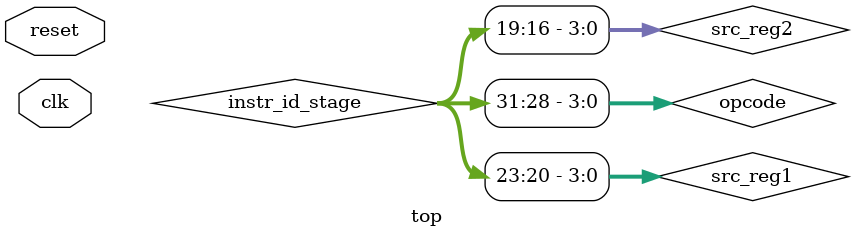
<source format=v>
`timescale 1ns / 1ns

module top(input clk, reset);

    wire [31:0] pc_curr, pc_next_val, instr_fetch;
    wire PCWrite, IFIDWrite, ST;

    wire EnIM;
    wire ALUSrc, MR, MW, MReg, EnRW;
    wire [1:0] ALUOp;

    wire [31:0] reg_data1, reg_data2, imm_ext_out;
    wire [31:0] pc_id_stage, instr_id_stage;
    wire [3:0] opcode, dest_reg, src_reg1, src_reg2;
    wire [15:0] imm_val;

    wire [31:0] pc_ex_stage, reg_data1_ex, reg_data2_ex, imm_val_ex;
    wire [3:0] src_reg1_ex, src_reg2_ex, dest_reg_ex;
    wire [1:0] ALUOp_ex;
    wire ALUSrc_ex, MR_ex, MW_ex, MReg_ex, EnRW_ex;

    wire [1:0] FA, FB;
    wire [31:0] alu_input1, alu_input2, alu_out_result;

    wire [31:0] alu_out_mem_stage, reg_data2_mem;
    wire [3:0] dest_reg_mem;
    wire MR_mem, MW_mem, MReg_mem, EnRW_mem;

    wire [31:0] data_mem_out;
    wire [31:0] write_back_data;
    wire [3:0] dest_reg_wb;
    wire EnRW_wb;

    pc pc_inst(clk, reset, PCWrite, pc_next_val, pc_curr);
    ist_mem imem(clk, EnIM, pc_curr, instr_fetch);

    IF_ID ifid(clk, reset, IFIDWrite, instr_fetch, pc_curr, instr_id_stage, pc_id_stage);

    assign opcode   = instr_id_stage[31:28];
    assign dest_reg = instr_id_stage[27:24];
    assign src_reg1 = instr_id_stage[23:20];
    assign src_reg2 = instr_id_stage[19:16];
    assign imm_val  = instr_id_stage[15:0];

    control_unit cu(opcode, ST, ALUSrc, ALUOp, MR, MW, MReg, EnIM, EnRW);
    reg_file rf(clk, EnRW_wb, src_reg1, src_reg2, dest_reg_wb, write_back_data, reg_data1, reg_data2);
    sign_extend se(imm_val, imm_ext_out);

    hazard_unit hazard(src_reg1, src_reg2, dest_reg_ex, MR_ex, PCWrite, IFIDWrite, ST);

    ID_EX idex(clk, reset, pc_id_stage, reg_data1, reg_data2, imm_ext_out,
               src_reg1, src_reg2, dest_reg, ALUOp, ALUSrc, MR, MW, MReg, EnRW,
               pc_ex_stage, reg_data1_ex, reg_data2_ex, imm_val_ex,
               src_reg1_ex, src_reg2_ex, dest_reg_ex,
               ALUOp_ex, ALUSrc_ex, MR_ex, MW_ex, MReg_ex, EnRW_ex);

    forward_unit fwd(src_reg1_ex, src_reg2_ex, dest_reg_mem, dest_reg_wb, EnRW_mem, EnRW_wb, FA, FB);

    assign alu_input1 = (FA == 2'b00) ? reg_data1_ex :
                        (FA == 2'b10) ? alu_out_mem_stage : write_back_data;

    wire [31:0] alu_operand2 = (ALUSrc_ex) ? imm_val_ex : reg_data2_ex;
    assign alu_input2 = (FB == 2'b00) ? alu_operand2 :
                        (FB == 2'b10) ? alu_out_mem_stage : write_back_data;

    ALU alu(alu_input1, alu_input2, ALUOp_ex, alu_out_result);

    EX_MEM exmem(clk, reset, alu_out_result, reg_data2_ex, dest_reg_ex,
                 MR_ex, MW_ex, MReg_ex, EnRW_ex,
                 alu_out_mem_stage, reg_data2_mem, dest_reg_mem,
                 MR_mem, MW_mem, MReg_mem, EnRW_mem);

    data_mem dmem(clk, MR_mem, MW_mem, alu_out_mem_stage, reg_data2_mem, data_mem_out);

    MEM_WB memwb(clk, reset, alu_out_mem_stage, data_mem_out, dest_reg_mem, MReg_mem, EnRW_mem,
                 write_back_data, dest_reg_wb, EnRW_wb);

    assign pc_next_val = pc_curr + 4;

endmodule

</source>
